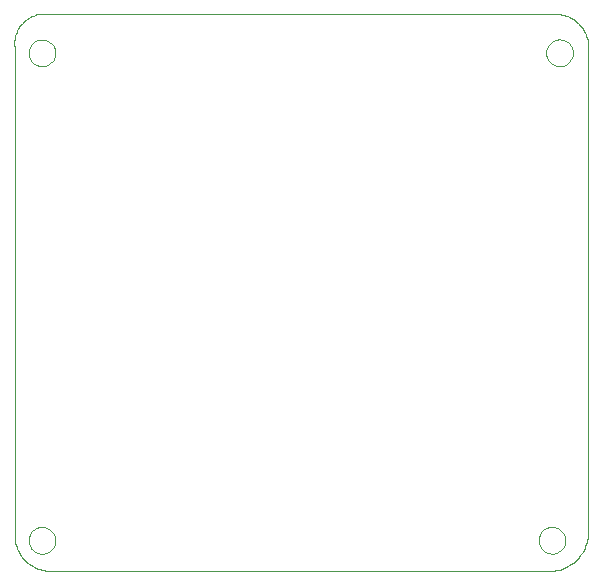
<source format=gko>
G75*
G70*
%OFA0B0*%
%FSLAX24Y24*%
%IPPOS*%
%LPD*%
%AMOC8*
5,1,8,0,0,1.08239X$1,22.5*
%
%ADD10C,0.0000*%
D10*
X001402Y002442D02*
X018053Y002439D01*
X017767Y003464D02*
X017769Y003506D01*
X017775Y003547D01*
X017784Y003588D01*
X017798Y003627D01*
X017815Y003665D01*
X017836Y003701D01*
X017859Y003736D01*
X017886Y003767D01*
X017916Y003797D01*
X017949Y003823D01*
X017984Y003846D01*
X018020Y003866D01*
X018059Y003882D01*
X018099Y003894D01*
X018139Y003903D01*
X018181Y003908D01*
X018222Y003909D01*
X018264Y003906D01*
X018305Y003899D01*
X018346Y003888D01*
X018385Y003874D01*
X018422Y003856D01*
X018458Y003835D01*
X018492Y003810D01*
X018523Y003782D01*
X018551Y003752D01*
X018577Y003719D01*
X018599Y003683D01*
X018618Y003646D01*
X018633Y003607D01*
X018645Y003567D01*
X018653Y003526D01*
X018657Y003485D01*
X018657Y003443D01*
X018653Y003402D01*
X018645Y003361D01*
X018633Y003321D01*
X018618Y003282D01*
X018599Y003245D01*
X018577Y003209D01*
X018551Y003176D01*
X018523Y003146D01*
X018492Y003118D01*
X018458Y003093D01*
X018422Y003072D01*
X018385Y003054D01*
X018346Y003040D01*
X018305Y003029D01*
X018264Y003022D01*
X018222Y003019D01*
X018181Y003020D01*
X018139Y003025D01*
X018099Y003034D01*
X018059Y003046D01*
X018020Y003062D01*
X017984Y003082D01*
X017949Y003105D01*
X017916Y003131D01*
X017886Y003161D01*
X017859Y003192D01*
X017836Y003227D01*
X017815Y003263D01*
X017798Y003301D01*
X017784Y003340D01*
X017775Y003381D01*
X017769Y003422D01*
X017767Y003464D01*
X018053Y002438D02*
X018123Y002437D01*
X018193Y002440D01*
X018263Y002446D01*
X018333Y002456D01*
X018402Y002470D01*
X018470Y002487D01*
X018537Y002509D01*
X018603Y002533D01*
X018667Y002562D01*
X018730Y002594D01*
X018791Y002629D01*
X018850Y002667D01*
X018907Y002709D01*
X018961Y002753D01*
X019013Y002801D01*
X019063Y002851D01*
X019109Y002904D01*
X019153Y002959D01*
X019193Y003016D01*
X019231Y003076D01*
X019265Y003137D01*
X019296Y003201D01*
X019323Y003266D01*
X019347Y003332D01*
X019367Y003399D01*
X019383Y003468D01*
X019396Y003537D01*
X019405Y003607D01*
X019410Y003677D01*
X019424Y020008D01*
X018016Y019712D02*
X018018Y019754D01*
X018024Y019795D01*
X018033Y019836D01*
X018047Y019875D01*
X018064Y019913D01*
X018085Y019949D01*
X018108Y019984D01*
X018135Y020015D01*
X018165Y020045D01*
X018198Y020071D01*
X018233Y020094D01*
X018269Y020114D01*
X018308Y020130D01*
X018348Y020142D01*
X018388Y020151D01*
X018430Y020156D01*
X018471Y020157D01*
X018513Y020154D01*
X018554Y020147D01*
X018595Y020136D01*
X018634Y020122D01*
X018671Y020104D01*
X018707Y020083D01*
X018741Y020058D01*
X018772Y020030D01*
X018800Y020000D01*
X018826Y019967D01*
X018848Y019931D01*
X018867Y019894D01*
X018882Y019855D01*
X018894Y019815D01*
X018902Y019774D01*
X018906Y019733D01*
X018906Y019691D01*
X018902Y019650D01*
X018894Y019609D01*
X018882Y019569D01*
X018867Y019530D01*
X018848Y019493D01*
X018826Y019457D01*
X018800Y019424D01*
X018772Y019394D01*
X018741Y019366D01*
X018707Y019341D01*
X018671Y019320D01*
X018634Y019302D01*
X018595Y019288D01*
X018554Y019277D01*
X018513Y019270D01*
X018471Y019267D01*
X018430Y019268D01*
X018388Y019273D01*
X018348Y019282D01*
X018308Y019294D01*
X018269Y019310D01*
X018233Y019330D01*
X018198Y019353D01*
X018165Y019379D01*
X018135Y019409D01*
X018108Y019440D01*
X018085Y019475D01*
X018064Y019511D01*
X018047Y019549D01*
X018033Y019588D01*
X018024Y019629D01*
X018018Y019670D01*
X018016Y019712D01*
X018142Y021004D02*
X018209Y021010D01*
X018275Y021013D01*
X018342Y021012D01*
X018409Y021006D01*
X018475Y020997D01*
X018540Y020984D01*
X018605Y020968D01*
X018669Y020947D01*
X018731Y020923D01*
X018792Y020895D01*
X018851Y020864D01*
X018908Y020829D01*
X018963Y020792D01*
X019015Y020751D01*
X019066Y020707D01*
X019113Y020660D01*
X019158Y020610D01*
X019200Y020558D01*
X019239Y020504D01*
X019274Y020447D01*
X019306Y020389D01*
X019335Y020329D01*
X019360Y020267D01*
X019382Y020204D01*
X019400Y020139D01*
X019414Y020074D01*
X019424Y020008D01*
X018142Y021004D02*
X001112Y021004D01*
X001051Y020991D01*
X000991Y020975D01*
X000932Y020955D01*
X000874Y020931D01*
X000818Y020904D01*
X000764Y020874D01*
X000712Y020840D01*
X000662Y020802D01*
X000615Y020762D01*
X000570Y020719D01*
X000528Y020673D01*
X000489Y020625D01*
X000453Y020574D01*
X000421Y020521D01*
X000391Y020466D01*
X000365Y020410D01*
X000343Y020351D01*
X000325Y020292D01*
X000310Y020232D01*
X000299Y020170D01*
X000292Y020109D01*
X000289Y020046D01*
X000290Y019984D01*
X000295Y019922D01*
X000303Y019861D01*
X000303Y003707D01*
X000764Y003460D02*
X000766Y003502D01*
X000772Y003543D01*
X000781Y003584D01*
X000795Y003623D01*
X000812Y003661D01*
X000833Y003697D01*
X000856Y003732D01*
X000883Y003763D01*
X000913Y003793D01*
X000946Y003819D01*
X000981Y003842D01*
X001017Y003862D01*
X001056Y003878D01*
X001096Y003890D01*
X001136Y003899D01*
X001178Y003904D01*
X001219Y003905D01*
X001261Y003902D01*
X001302Y003895D01*
X001343Y003884D01*
X001382Y003870D01*
X001419Y003852D01*
X001455Y003831D01*
X001489Y003806D01*
X001520Y003778D01*
X001548Y003748D01*
X001574Y003715D01*
X001596Y003679D01*
X001615Y003642D01*
X001630Y003603D01*
X001642Y003563D01*
X001650Y003522D01*
X001654Y003481D01*
X001654Y003439D01*
X001650Y003398D01*
X001642Y003357D01*
X001630Y003317D01*
X001615Y003278D01*
X001596Y003241D01*
X001574Y003205D01*
X001548Y003172D01*
X001520Y003142D01*
X001489Y003114D01*
X001455Y003089D01*
X001419Y003068D01*
X001382Y003050D01*
X001343Y003036D01*
X001302Y003025D01*
X001261Y003018D01*
X001219Y003015D01*
X001178Y003016D01*
X001136Y003021D01*
X001096Y003030D01*
X001056Y003042D01*
X001017Y003058D01*
X000981Y003078D01*
X000946Y003101D01*
X000913Y003127D01*
X000883Y003157D01*
X000856Y003188D01*
X000833Y003223D01*
X000812Y003259D01*
X000795Y003297D01*
X000781Y003336D01*
X000772Y003377D01*
X000766Y003418D01*
X000764Y003460D01*
X000304Y003707D02*
X000301Y003641D01*
X000302Y003574D01*
X000307Y003508D01*
X000315Y003442D01*
X000327Y003377D01*
X000343Y003312D01*
X000362Y003248D01*
X000385Y003186D01*
X000411Y003125D01*
X000441Y003065D01*
X000474Y003008D01*
X000510Y002952D01*
X000549Y002898D01*
X000591Y002847D01*
X000636Y002798D01*
X000684Y002752D01*
X000734Y002708D01*
X000787Y002667D01*
X000842Y002630D01*
X000898Y002595D01*
X000957Y002564D01*
X001017Y002536D01*
X001079Y002511D01*
X001142Y002490D01*
X001206Y002473D01*
X001271Y002459D01*
X001337Y002448D01*
X001403Y002442D01*
X000763Y019708D02*
X000765Y019750D01*
X000771Y019791D01*
X000780Y019832D01*
X000794Y019871D01*
X000811Y019909D01*
X000832Y019945D01*
X000855Y019980D01*
X000882Y020011D01*
X000912Y020041D01*
X000945Y020067D01*
X000980Y020090D01*
X001016Y020110D01*
X001055Y020126D01*
X001095Y020138D01*
X001135Y020147D01*
X001177Y020152D01*
X001218Y020153D01*
X001260Y020150D01*
X001301Y020143D01*
X001342Y020132D01*
X001381Y020118D01*
X001418Y020100D01*
X001454Y020079D01*
X001488Y020054D01*
X001519Y020026D01*
X001547Y019996D01*
X001573Y019963D01*
X001595Y019927D01*
X001614Y019890D01*
X001629Y019851D01*
X001641Y019811D01*
X001649Y019770D01*
X001653Y019729D01*
X001653Y019687D01*
X001649Y019646D01*
X001641Y019605D01*
X001629Y019565D01*
X001614Y019526D01*
X001595Y019489D01*
X001573Y019453D01*
X001547Y019420D01*
X001519Y019390D01*
X001488Y019362D01*
X001454Y019337D01*
X001418Y019316D01*
X001381Y019298D01*
X001342Y019284D01*
X001301Y019273D01*
X001260Y019266D01*
X001218Y019263D01*
X001177Y019264D01*
X001135Y019269D01*
X001095Y019278D01*
X001055Y019290D01*
X001016Y019306D01*
X000980Y019326D01*
X000945Y019349D01*
X000912Y019375D01*
X000882Y019405D01*
X000855Y019436D01*
X000832Y019471D01*
X000811Y019507D01*
X000794Y019545D01*
X000780Y019584D01*
X000771Y019625D01*
X000765Y019666D01*
X000763Y019708D01*
M02*

</source>
